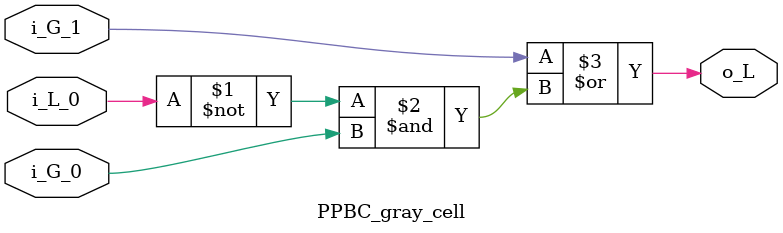
<source format=sv>
module PPBC_gray_cell(
    input logic             i_G_1   ,
    input logic             i_L_0   ,
    input logic             i_G_0   ,
    output logic            o_L      
);

assign o_L = i_G_1 | ((~i_L_0) & i_G_0);

endmodule

</source>
